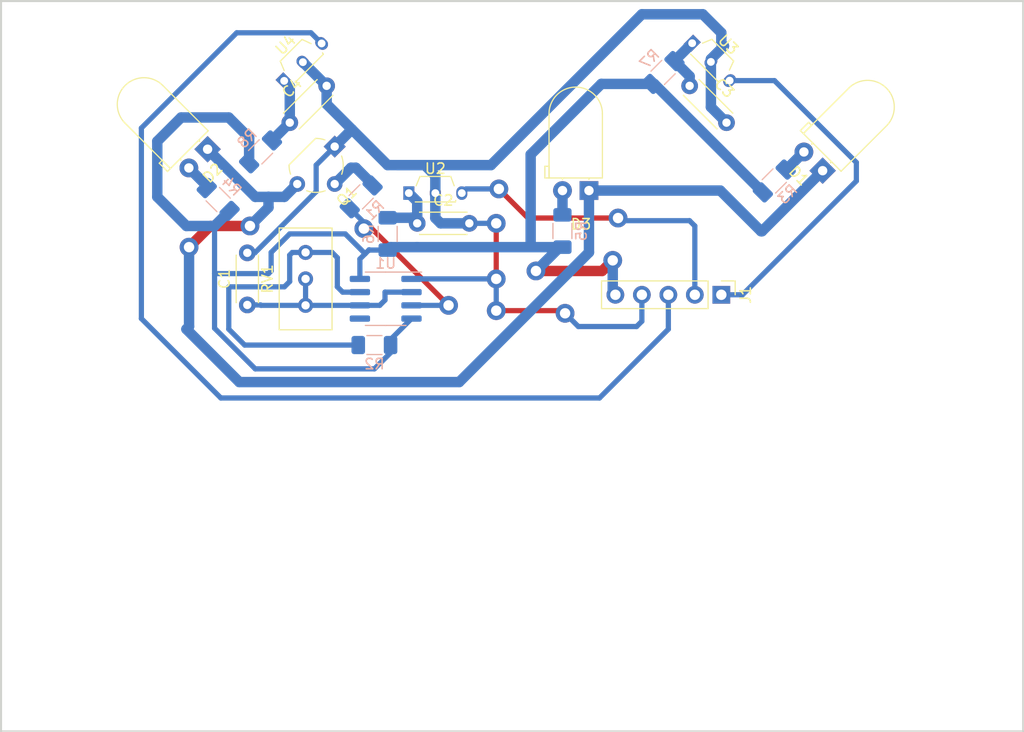
<source format=kicad_pcb>
(kicad_pcb (version 20221018) (generator pcbnew)
  (layers (0 "F.Cu" signal) (31 "B.Cu" signal) (34 "B.Paste" user) (35 "F.Paste" user) (36 "B.SilkS" user "B.Silkscreen") (37 "F.SilkS" user "F.Silkscreen") (38 "B.Mask" user) (39 "F.Mask" user) (44 "Edge.Cuts" user))
  (net 0 "")
  (net 1 "Net-(U1-THR)")
  (net 2 "GND")
  (net 3 "Net-(U2-GND)")
  (net 4 "Net-(U3-GND)")
  (net 5 "Net-(U4-GND)")
  (net 6 "38khz")
  (net 7 "Net-(D1-A)")
  (net 8 "Net-(D2-A)")
  (net 9 "Net-(D3-A)")
  (net 10 "Net-(Q1-B)")
  (net 11 "Net-(U1-Q)")
  (net 12 "Net-(U1-DIS)")
  (net 13 "+5V")
  (net 15 "/S1")
  (net 16 "/S3")
  (net 17 "/S2")
  (footprint "Capacitor_THT:C_Disc_D4.3mm_W1.9mm_P5.00mm" (layer "F.Cu") (at 65.542233 32.755767 45)
    (fp_text reference "C4" (at 2.5 -2.2 45) (layer "F.SilkS"))
    (fp_text value "104")
    (fp_line (start 0.23 -1.07) (end 0.23 -1.055) (stroke (width 0.12)) (layer "F.SilkS"))
    (fp_line (start 0.23 -1.07) (end 4.77 -1.07) (stroke (width 0.12)) (layer "F.SilkS"))
    (fp_line (start 0.23 1.055) (end 0.23 1.07) (stroke (width 0.12)) (layer "F.SilkS"))
    (fp_line (start 0.23 1.07) (end 4.77 1.07) (stroke (width 0.12)) (layer "F.SilkS"))
    (fp_line (start 4.77 -1.07) (end 4.77 -1.055) (stroke (width 0.12)) (layer "F.SilkS"))
    (fp_line (start 4.77 1.055) (end 4.77 1.07) (stroke (width 0.12)) (layer "F.SilkS"))
    (pad "1" thru_hole circle (at 0 0 45) (size 1.6 1.6) (drill 0.8) (layers "*.Cu" "*.Mask") (net 5 "Net-(U4-GND)"))
    (pad "2" thru_hole circle (at 5 0 45) (size 1.6 1.6) (drill 0.8) (layers "*.Cu" "*.Mask") (net 2 "GND"))
  )
  (footprint "Capacitor_THT:C_Disc_D4.3mm_W1.9mm_P5.00mm" (layer "F.Cu") (at 77.764 42.418)
    (fp_text reference "C2" (at 2.5 -2.2) (layer "F.SilkS"))
    (fp_text value "104")
    (fp_line (start 0.23 -1.07) (end 0.23 -1.055) (stroke (width 0.12)) (layer "F.SilkS"))
    (fp_line (start 0.23 -1.07) (end 4.77 -1.07) (stroke (width 0.12)) (layer "F.SilkS"))
    (fp_line (start 0.23 1.055) (end 0.23 1.07) (stroke (width 0.12)) (layer "F.SilkS"))
    (fp_line (start 0.23 1.07) (end 4.77 1.07) (stroke (width 0.12)) (layer "F.SilkS"))
    (fp_line (start 4.77 -1.07) (end 4.77 -1.055) (stroke (width 0.12)) (layer "F.SilkS"))
    (fp_line (start 4.77 1.055) (end 4.77 1.07) (stroke (width 0.12)) (layer "F.SilkS"))
    (pad "1" thru_hole circle (at 0 0) (size 1.6 1.6) (drill 0.8) (layers "*.Cu" "*.Mask") (net 3 "Net-(U2-GND)"))
    (pad "2" thru_hole circle (at 5 0) (size 1.6 1.6) (drill 0.8) (layers "*.Cu" "*.Mask") (net 2 "GND"))
  )
  (footprint "Capacitor_THT:C_Disc_D4.3mm_W1.9mm_P5.00mm" (layer "F.Cu") (at 103.896233 29.220233 -45)
    (fp_text reference "C3" (at 2.5 -2.2 135) (layer "F.SilkS"))
    (fp_text value "104")
    (fp_line (start 0.23 -1.07) (end 0.23 -1.055) (stroke (width 0.12)) (layer "F.SilkS"))
    (fp_line (start 0.23 -1.07) (end 4.77 -1.07) (stroke (width 0.12)) (layer "F.SilkS"))
    (fp_line (start 0.23 1.055) (end 0.23 1.07) (stroke (width 0.12)) (layer "F.SilkS"))
    (fp_line (start 0.23 1.07) (end 4.77 1.07) (stroke (width 0.12)) (layer "F.SilkS"))
    (fp_line (start 4.77 -1.07) (end 4.77 -1.055) (stroke (width 0.12)) (layer "F.SilkS"))
    (fp_line (start 4.77 1.055) (end 4.77 1.07) (stroke (width 0.12)) (layer "F.SilkS"))
    (pad "1" thru_hole circle (at 0 0 315) (size 1.6 1.6) (drill 0.8) (layers "*.Cu" "*.Mask") (net 4 "Net-(U3-GND)"))
    (pad "2" thru_hole circle (at 5 0 315) (size 1.6 1.6) (drill 0.8) (layers "*.Cu" "*.Mask") (net 2 "GND"))
  )
  (footprint "LED_THT:LED_D5.0mm_Horizontal_O1.27mm_Z3.0mm" (layer "F.Cu") (at 57.658 35.306 -135)
    (fp_text reference "D2" (at 1.27 -1.96 45) (layer "F.SilkS"))
    (fp_text value "LED")
    (fp_line (start -1.29 1.21) (end -1.29 7.37) (stroke (width 0.12)) (layer "F.SilkS"))
    (fp_line (start -1.29 1.21) (end 3.83 1.21) (stroke (width 0.12)) (layer "F.SilkS"))
    (fp_line (start 0 1.08) (end 0 1.08) (stroke (width 0.12)) (layer "F.SilkS"))
    (fp_line (start 0 1.08) (end 0 1.21) (stroke (width 0.12)) (layer "F.SilkS"))
    (fp_line (start 0 1.21) (end 0 1.08) (stroke (width 0.12)) (layer "F.SilkS"))
    (fp_line (start 0 1.21) (end 0 1.21) (stroke (width 0.12)) (layer "F.SilkS"))
    (fp_line (start 2.54 1.08) (end 2.54 1.08) (stroke (width 0.12)) (layer "F.SilkS"))
    (fp_line (start 2.54 1.08) (end 2.54 1.21) (stroke (width 0.12)) (layer "F.SilkS"))
    (fp_line (start 2.54 1.21) (end 2.54 1.08) (stroke (width 0.12)) (layer "F.SilkS"))
    (fp_line (start 2.54 1.21) (end 2.54 1.21) (stroke (width 0.12)) (layer "F.SilkS"))
    (fp_line (start 3.83 1.21) (end 3.83 7.37) (stroke (width 0.12)) (layer "F.SilkS"))
    (fp_line (start 3.83 1.21) (end 4.23 1.21) (stroke (width 0.12)) (layer "F.SilkS"))
    (fp_line (start 3.83 2.33) (end 3.83 1.21) (stroke (width 0.12)) (layer "F.SilkS"))
    (fp_line (start 4.23 1.21) (end 4.23 2.33) (stroke (width 0.12)) (layer "F.SilkS"))
    (fp_line (start 4.23 2.33) (end 3.83 2.33) (stroke (width 0.12)) (layer "F.SilkS"))
    (fp_arc (start 3.83 7.37) (mid 1.27 9.93) (end -1.29 7.37) (stroke (width 0.12)) (layer "F.SilkS"))
    (pad "1" thru_hole rect (at 0 0 225) (size 1.8 1.8) (drill 0.9) (layers "*.Cu" "*.Mask") (net 6 "38khz"))
    (pad "2" thru_hole circle (at 2.54 0 225) (size 1.8 1.8) (drill 0.9) (layers "*.Cu" "*.Mask") (net 8 "Net-(D2-A)"))
  )
  (footprint "Package_TO_SOT_THT:TO-92_Wide" (layer "F.Cu") (at 69.85 35.052 -135)
    (fp_text reference "Q1" (at 2.55 -4.19 45) (layer "F.SilkS"))
    (fp_text value "BC547")
    (fp_line (start 0.74 1.85) (end 4.34 1.85) (stroke (width 0.12)) (layer "F.SilkS"))
    (fp_arc (start 0.172801 -1.103842) (mid 0.678995 -1.832692) (end 1.4 -2.35) (stroke (width 0.12)) (layer "F.SilkS"))
    (fp_arc (start 0.74 1.85) (mid 0.446097 1.509327) (end 0.215816 1.122795) (stroke (width 0.12)) (layer "F.SilkS"))
    (fp_arc (start 3.65 -2.35) (mid 4.382279 -1.833196) (end 4.895458 -1.098371) (stroke (width 0.12)) (layer "F.SilkS"))
    (fp_arc (start 4.864184 1.122795) (mid 4.633903 1.509328) (end 4.34 1.85) (stroke (width 0.12)) (layer "F.SilkS"))
    (pad "1" thru_hole rect (at 0 0 225) (size 1.5 1.5) (drill 0.8) (layers "*.Cu" "*.Mask") (net 2 "GND"))
    (pad "2" thru_hole circle (at 2.54 -2.54 225) (size 1.5 1.5) (drill 0.8) (layers "*.Cu" "*.Mask") (net 10 "Net-(Q1-B)"))
    (pad "3" thru_hole circle (at 5.08 0 225) (size 1.5 1.5) (drill 0.8) (layers "*.Cu" "*.Mask") (net 6 "38khz"))
  )
  (footprint "LED_THT:LED_D5.0mm_Horizontal_O1.27mm_Z3.0mm" (layer "F.Cu") (at 116.652059 37.364612 135)
    (fp_text reference "D1" (at 1.27 -1.96 135) (layer "F.SilkS"))
    (fp_text value "LED")
    (fp_line (start -1.29 1.21) (end -1.29 7.37) (stroke (width 0.12)) (layer "F.SilkS"))
    (fp_line (start -1.29 1.21) (end 3.83 1.21) (stroke (width 0.12)) (layer "F.SilkS"))
    (fp_line (start 0 1.08) (end 0 1.08) (stroke (width 0.12)) (layer "F.SilkS"))
    (fp_line (start 0 1.08) (end 0 1.21) (stroke (width 0.12)) (layer "F.SilkS"))
    (fp_line (start 0 1.21) (end 0 1.08) (stroke (width 0.12)) (layer "F.SilkS"))
    (fp_line (start 0 1.21) (end 0 1.21) (stroke (width 0.12)) (layer "F.SilkS"))
    (fp_line (start 2.54 1.08) (end 2.54 1.08) (stroke (width 0.12)) (layer "F.SilkS"))
    (fp_line (start 2.54 1.08) (end 2.54 1.21) (stroke (width 0.12)) (layer "F.SilkS"))
    (fp_line (start 2.54 1.21) (end 2.54 1.08) (stroke (width 0.12)) (layer "F.SilkS"))
    (fp_line (start 2.54 1.21) (end 2.54 1.21) (stroke (width 0.12)) (layer "F.SilkS"))
    (fp_line (start 3.83 1.21) (end 3.83 7.37) (stroke (width 0.12)) (layer "F.SilkS"))
    (fp_line (start 3.83 1.21) (end 4.23 1.21) (stroke (width 0.12)) (layer "F.SilkS"))
    (fp_line (start 3.83 2.33) (end 3.83 1.21) (stroke (width 0.12)) (layer "F.SilkS"))
    (fp_line (start 4.23 1.21) (end 4.23 2.33) (stroke (width 0.12)) (layer "F.SilkS"))
    (fp_line (start 4.23 2.33) (end 3.83 2.33) (stroke (width 0.12)) (layer "F.SilkS"))
    (fp_arc (start 3.83 7.37) (mid 1.27 9.93) (end -1.29 7.37) (stroke (width 0.12)) (layer "F.SilkS"))
    (pad "1" thru_hole rect (at 0 0 135) (size 1.8 1.8) (drill 0.9) (layers "*.Cu" "*.Mask") (net 6 "38khz"))
    (pad "2" thru_hole circle (at 2.54 0 135) (size 1.8 1.8) (drill 0.9) (layers "*.Cu" "*.Mask") (net 7 "Net-(D1-A)"))
  )
  (footprint "Capacitor_THT:C_Disc_D4.3mm_W1.9mm_P5.00mm" (layer "F.Cu") (at 61.468 50.252 90)
    (fp_text reference "C1" (at 2.5 -2.2 90) (layer "F.SilkS"))
    (fp_text value "102")
    (fp_line (start 0.23 -1.07) (end 0.23 -1.055) (stroke (width 0.12)) (layer "F.SilkS"))
    (fp_line (start 0.23 -1.07) (end 4.77 -1.07) (stroke (width 0.12)) (layer "F.SilkS"))
    (fp_line (start 0.23 1.055) (end 0.23 1.07) (stroke (width 0.12)) (layer "F.SilkS"))
    (fp_line (start 0.23 1.07) (end 4.77 1.07) (stroke (width 0.12)) (layer "F.SilkS"))
    (fp_line (start 4.77 -1.07) (end 4.77 -1.055) (stroke (width 0.12)) (layer "F.SilkS"))
    (fp_line (start 4.77 1.055) (end 4.77 1.07) (stroke (width 0.12)) (layer "F.SilkS"))
    (pad "1" thru_hole circle (at 0 0 90) (size 1.6 1.6) (drill 0.8) (layers "*.Cu" "*.Mask") (net 1 "Net-(U1-THR)"))
    (pad "2" thru_hole circle (at 5 0 90) (size 1.6 1.6) (drill 0.8) (layers "*.Cu" "*.Mask") (net 2 "GND"))
  )
  (footprint "Potentiometer_THT:Potentiometer_Bourns_3296W_Vertical" (layer "F.Cu") (at 67.056 45.212 90)
    (fp_text reference "RV1" (at -2.54 -3.66 90) (layer "F.SilkS"))
    (fp_text value "pote")
    (fp_line (start -7.425 -2.53) (end -7.425 2.54) (stroke (width 0.12)) (layer "F.SilkS"))
    (fp_line (start -7.425 -2.53) (end 2.345 -2.53) (stroke (width 0.12)) (layer "F.SilkS"))
    (fp_line (start -7.425 2.54) (end 2.345 2.54) (stroke (width 0.12)) (layer "F.SilkS"))
    (fp_line (start 2.345 -2.53) (end 2.345 2.54) (stroke (width 0.12)) (layer "F.SilkS"))
    (pad "1" thru_hole circle (at 0 0 90) (size 1.44 1.44) (drill 0.8) (layers "*.Cu" "*.Mask") (net 12 "Net-(U1-DIS)"))
    (pad "2" thru_hole circle (at -2.54 0 90) (size 1.44 1.44) (drill 0.8) (layers "*.Cu" "*.Mask") (net 1 "Net-(U1-THR)"))
    (pad "3" thru_hole circle (at -5.08 0 90) (size 1.44 1.44) (drill 0.8) (layers "*.Cu" "*.Mask") (net 1 "Net-(U1-THR)"))
  )
  (footprint "Connector_PinHeader_2.54mm:PinHeader_1x05_P2.54mm_Vertical" (layer "F.Cu") (at 106.934 49.276 -90)
    (fp_text reference "J1" (at 0 -2.33 90) (layer "F.SilkS"))
    (fp_text value "Conn_01x05_Pin")
    (fp_line (start -1.33 -1.33) (end 0 -1.33) (stroke (width 0.12)) (layer "F.SilkS"))
    (fp_line (start -1.33 0) (end -1.33 -1.33) (stroke (width 0.12)) (layer "F.SilkS"))
    (fp_line (start -1.33 1.27) (end -1.33 11.49) (stroke (width 0.12)) (layer "F.SilkS"))
    (fp_line (start -1.33 1.27) (end 1.33 1.27) (stroke (width 0.12)) (layer "F.SilkS"))
    (fp_line (start -1.33 11.49) (end 1.33 11.49) (stroke (width 0.12)) (layer "F.SilkS"))
    (fp_line (start 1.33 1.27) (end 1.33 11.49) (stroke (width 0.12)) (layer "F.SilkS"))
    (pad "1" thru_hole rect (at 0 0 270) (size 1.7 1.7) (drill 1) (layers "*.Cu" "*.Mask") (net 16 "/S3"))
    (pad "2" thru_hole oval (at 0 2.54 270) (size 1.7 1.7) (drill 1) (layers "*.Cu" "*.Mask") (net 17 "/S2"))
    (pad "3" thru_hole oval (at 0 5.08 270) (size 1.7 1.7) (drill 1) (layers "*.Cu" "*.Mask") (net 15 "/S1"))
    (pad "4" thru_hole oval (at 0 7.62 270) (size 1.7 1.7) (drill 1) (layers "*.Cu" "*.Mask") (net 2 "GND"))
    (pad "5" thru_hole oval (at 0 10.16 270) (size 1.7 1.7) (drill 1) (layers "*.Cu" "*.Mask") (net 13 "+5V"))
  )
  (footprint "Package_TO_SOT_THT:TO-92S_Wide" (layer "F.Cu") (at 65.004085 28.74331 45)
    (fp_text reference "U4" (at 2.54 -2.35 45) (layer "F.SilkS"))
    (fp_text value "TSOP17xx")
    (fp_line (start 0.62 0.85) (end 4.47 0.85) (stroke (width 0.12)) (layer "F.SilkS"))
    (fp_line (start 1.07 -1.6) (end 0.7 -0.7) (stroke (width 0.12)) (layer "F.SilkS"))
    (fp_line (start 4.02 -1.6) (end 1.07 -1.6) (stroke (width 0.12)) (layer "F.SilkS"))
    (fp_line (start 4.35 -0.7) (end 4.02 -1.6) (stroke (width 0.12)) (layer "F.SilkS"))
    (fp_line (start 4.47 0.85) (end 4.5 0.7) (stroke (width 0.12)) (layer "F.SilkS"))
    (pad "1" thru_hole rect (at 0 0 45) (size 1.05 1.3) (drill 0.75) (layers "*.Cu" "*.Mask") (net 5 "Net-(U4-GND)"))
    (pad "2" thru_hole oval (at 2.54 0 45) (size 1.05 1.3) (drill 0.75) (layers "*.Cu" "*.Mask") (net 2 "GND"))
    (pad "3" thru_hole oval (at 5.08 0 45) (size 1.05 1.3) (drill 0.75) (layers "*.Cu" "*.Mask") (net 15 "/S1"))
  )
  (footprint "Package_TO_SOT_THT:TO-92S_Wide" (layer "F.Cu") (at 104.14 25.127949 -45)
    (fp_text reference "U3" (at 2.54 -2.35 135) (layer "F.SilkS"))
    (fp_text value "TSOP17xx")
    (fp_line (start 0.62 0.85) (end 4.47 0.85) (stroke (width 0.12)) (layer "F.SilkS"))
    (fp_line (start 1.07 -1.6) (end 0.7 -0.7) (stroke (width 0.12)) (layer "F.SilkS"))
    (fp_line (start 4.02 -1.6) (end 1.07 -1.6) (stroke (width 0.12)) (layer "F.SilkS"))
    (fp_line (start 4.35 -0.7) (end 4.02 -1.6) (stroke (width 0.12)) (layer "F.SilkS"))
    (fp_line (start 4.47 0.85) (end 4.5 0.7) (stroke (width 0.12)) (layer "F.SilkS"))
    (pad "1" thru_hole rect (at 0 0 315) (size 1.05 1.3) (drill 0.75) (layers "*.Cu" "*.Mask") (net 4 "Net-(U3-GND)"))
    (pad "2" thru_hole oval (at 2.54 0 315) (size 1.05 1.3) (drill 0.75) (layers "*.Cu" "*.Mask") (net 2 "GND"))
    (pad "3" thru_hole oval (at 5.08 0 315) (size 1.05 1.3) (drill 0.75) (layers "*.Cu" "*.Mask") (net 16 "/S3"))
  )
  (footprint "Package_TO_SOT_THT:TO-92S_Wide" (layer "F.Cu") (at 76.962 39.516)
    (fp_text reference "U2" (at 2.54 -2.35) (layer "F.SilkS"))
    (fp_text value "TSOP17xx")
    (fp_line (start 0.62 0.85) (end 4.47 0.85) (stroke (width 0.12)) (layer "F.SilkS"))
    (fp_line (start 1.07 -1.6) (end 0.7 -0.7) (stroke (width 0.12)) (layer "F.SilkS"))
    (fp_line (start 4.02 -1.6) (end 1.07 -1.6) (stroke (width 0.12)) (layer "F.SilkS"))
    (fp_line (start 4.35 -0.7) (end 4.02 -1.6) (stroke (width 0.12)) (layer "F.SilkS"))
    (fp_line (start 4.47 0.85) (end 4.5 0.7) (stroke (width 0.12)) (layer "F.SilkS"))
    (pad "1" thru_hole rect (at 0 0) (size 1.05 1.3) (drill 0.75) (layers "*.Cu" "*.Mask") (net 3 "Net-(U2-GND)"))
    (pad "2" thru_hole oval (at 2.54 0) (size 1.05 1.3) (drill 0.75) (layers "*.Cu" "*.Mask") (net 2 "GND"))
    (pad "3" thru_hole oval (at 5.08 0) (size 1.05 1.3) (drill 0.75) (layers "*.Cu" "*.Mask") (net 17 "/S2"))
  )
  (footprint "LED_THT:LED_D5.0mm_Horizontal_O1.27mm_Z3.0mm" (layer "F.Cu") (at 94.239 39.273 180)
    (fp_text reference "D3" (at 0.762 -3.23) (layer "F.SilkS"))
    (fp_text value "LED")
    (fp_line (start -1.29 1.21) (end -1.29 7.37) (stroke (width 0.12)) (layer "F.SilkS"))
    (fp_line (start -1.29 1.21) (end 3.83 1.21) (stroke (width 0.12)) (layer "F.SilkS"))
    (fp_line (start 0 1.08) (end 0 1.08) (stroke (width 0.12)) (layer "F.SilkS"))
    (fp_line (start 0 1.08) (end 0 1.21) (stroke (width 0.12)) (layer "F.SilkS"))
    (fp_line (start 0 1.21) (end 0 1.08) (stroke (width 0.12)) (layer "F.SilkS"))
    (fp_line (start 0 1.21) (end 0 1.21) (stroke (width 0.12)) (layer "F.SilkS"))
    (fp_line (start 2.54 1.08) (end 2.54 1.08) (stroke (width 0.12)) (layer "F.SilkS"))
    (fp_line (start 2.54 1.08) (end 2.54 1.21) (stroke (width 0.12)) (layer "F.SilkS"))
    (fp_line (start 2.54 1.21) (end 2.54 1.08) (stroke (width 0.12)) (layer "F.SilkS"))
    (fp_line (start 2.54 1.21) (end 2.54 1.21) (stroke (width 0.12)) (layer "F.SilkS"))
    (fp_line (start 3.83 1.21) (end 3.83 7.37) (stroke (width 0.12)) (layer "F.SilkS"))
    (fp_line (start 3.83 1.21) (end 4.23 1.21) (stroke (width 0.12)) (layer "F.SilkS"))
    (fp_line (start 3.83 2.33) (end 3.83 1.21) (stroke (width 0.12)) (layer "F.SilkS"))
    (fp_line (start 4.23 1.21) (end 4.23 2.33) (stroke (width 0.12)) (layer "F.SilkS"))
    (fp_line (start 4.23 2.33) (end 3.83 2.33) (stroke (width 0.12)) (layer "F.SilkS"))
    (fp_arc (start 3.83 7.37) (mid 1.27 9.93) (end -1.29 7.37) (stroke (width 0.12)) (layer "F.SilkS"))
    (pad "1" thru_hole rect (at 0 0 180) (size 1.8 1.8) (drill 0.9) (layers "*.Cu" "*.Mask") (net 6 "38khz"))
    (pad "2" thru_hole circle (at 2.54 0 180) (size 1.8 1.8) (drill 0.9) (layers "*.Cu" "*.Mask") (net 9 "Net-(D3-A)"))
  )
  (footprint "Resistor_SMD:R_1206_3216Metric_Pad1.30x1.75mm_HandSolder" (layer "B.Cu") (at 91.694 43.154 90)
    (fp_text reference "R5" (at 0 1.82 90) (layer "B.SilkS") (effects (justify mirror)))
    (fp_text value "100")
    (fp_line (start -0.727064 -0.91) (end 0.727064 -0.91) (stroke (width 0.12)) (layer "B.SilkS"))
    (fp_line (start -0.727064 0.91) (end 0.727064 0.91) (stroke (width 0.12)) (layer "B.SilkS"))
    (pad "1" smd roundrect (at -1.55 0 90) (size 1.3 1.75) (layers "B.Cu" "B.Paste" "B.Mask") (roundrect_rratio 0.192308) (net 13 "+5V"))
    (pad "2" smd roundrect (at 1.55 0 90) (size 1.3 1.75) (layers "B.Cu" "B.Paste" "B.Mask") (roundrect_rratio 0.192308) (net 9 "Net-(D3-A)"))
  )
  (footprint "Resistor_SMD:R_1206_3216Metric_Pad1.30x1.75mm_HandSolder" (layer "B.Cu") (at 58.674 40.132 135)
    (fp_text reference "R4" (at 0 1.82 135) (layer "B.SilkS") (effects (justify mirror)))
    (fp_text value "100")
    (fp_line (start -0.727064 -0.91) (end 0.727064 -0.91) (stroke (width 0.12)) (layer "B.SilkS"))
    (fp_line (start -0.727064 0.91) (end 0.727064 0.91) (stroke (width 0.12)) (layer "B.SilkS"))
    (pad "1" smd roundrect (at -1.55 0 135) (size 1.3 1.75) (layers "B.Cu" "B.Paste" "B.Mask") (roundrect_rratio 0.192308) (net 13 "+5V"))
    (pad "2" smd roundrect (at 1.55 0 135) (size 1.3 1.75) (layers "B.Cu" "B.Paste" "B.Mask") (roundrect_rratio 0.192308) (net 8 "Net-(D2-A)"))
  )
  (footprint "Resistor_SMD:R_1206_3216Metric_Pad1.30x1.75mm_HandSolder" (layer "B.Cu") (at 112.014 38.354 45)
    (fp_text reference "R3" (at 0 1.82 45) (layer "B.SilkS") (effects (justify mirror)))
    (fp_text value "100")
    (fp_line (start -0.727064 -0.91) (end 0.727064 -0.91) (stroke (width 0.12)) (layer "B.SilkS"))
    (fp_line (start -0.727064 0.91) (end 0.727064 0.91) (stroke (width 0.12)) (layer "B.SilkS"))
    (pad "1" smd roundrect (at -1.55 0 45) (size 1.3 1.75) (layers "B.Cu" "B.Paste" "B.Mask") (roundrect_rratio 0.192308) (net 13 "+5V"))
    (pad "2" smd roundrect (at 1.55 0 45) (size 1.3 1.75) (layers "B.Cu" "B.Paste" "B.Mask") (roundrect_rratio 0.192308) (net 7 "Net-(D1-A)"))
  )
  (footprint "Resistor_SMD:R_1206_3216Metric_Pad1.30x1.75mm_HandSolder" (layer "B.Cu") (at 74.93 43.434 -90)
    (fp_text reference "R6" (at 0 1.82 90) (layer "B.SilkS") (effects (justify mirror)))
    (fp_text value "100")
    (fp_line (start -0.727064 -0.91) (end 0.727064 -0.91) (stroke (width 0.12)) (layer "B.SilkS"))
    (fp_line (start -0.727064 0.91) (end 0.727064 0.91) (stroke (width 0.12)) (layer "B.SilkS"))
    (pad "1" smd roundrect (at -1.55 0 270) (size 1.3 1.75) (layers "B.Cu" "B.Paste" "B.Mask") (roundrect_rratio 0.192308) (net 3 "Net-(U2-GND)"))
    (pad "2" smd roundrect (at 1.55 0 270) (size 1.3 1.75) (layers "B.Cu" "B.Paste" "B.Mask") (roundrect_rratio 0.192308) (net 13 "+5V"))
  )
  (footprint "Resistor_SMD:R_1206_3216Metric_Pad1.30x1.75mm_HandSolder" (layer "B.Cu") (at 73.66 54.102)
    (fp_text reference "R2" (at 0 1.82) (layer "B.SilkS") (effects (justify mirror)))
    (fp_text value "1k8")
    (fp_line (start -0.727064 -0.91) (end 0.727064 -0.91) (stroke (width 0.12)) (layer "B.SilkS"))
    (fp_line (start -0.727064 0.91) (end 0.727064 0.91) (stroke (width 0.12)) (layer "B.SilkS"))
    (pad "1" smd roundrect (at -1.55 0) (size 1.3 1.75) (layers "B.Cu" "B.Paste" "B.Mask") (roundrect_rratio 0.192308) (net 12 "Net-(U1-DIS)"))
    (pad "2" smd roundrect (at 1.55 0) (size 1.3 1.75) (layers "B.Cu" "B.Paste" "B.Mask") (roundrect_rratio 0.192308) (net 13 "+5V"))
  )
  (footprint "Resistor_SMD:R_1206_3216Metric_Pad1.30x1.75mm_HandSolder" (layer "B.Cu") (at 62.738 35.56 -135)
    (fp_text reference "R8" (at 0 1.82 45) (layer "B.SilkS") (effects (justify mirror)))
    (fp_text value "100")
    (fp_line (start -0.727064 -0.91) (end 0.727064 -0.91) (stroke (width 0.12)) (layer "B.SilkS"))
    (fp_line (start -0.727064 0.91) (end 0.727064 0.91) (stroke (width 0.12)) (layer "B.SilkS"))
    (pad "1" smd roundrect (at -1.55 0 225) (size 1.3 1.75) (layers "B.Cu" "B.Paste" "B.Mask") (roundrect_rratio 0.192308) (net 5 "Net-(U4-GND)"))
    (pad "2" smd roundrect (at 1.55 0 225) (size 1.3 1.75) (layers "B.Cu" "B.Paste" "B.Mask") (roundrect_rratio 0.192308) (net 13 "+5V"))
  )
  (footprint "Package_SO:SOIC-8_3.9x4.9mm_P1.27mm" (layer "B.Cu") (at 74.741 49.657 180)
    (fp_text reference "U1" (at 0 3.4) (layer "B.SilkS") (effects (justify mirror)))
    (fp_text value "LM555xM")
    (fp_line (start 0 -2.56) (end -1.95 -2.56) (stroke (width 0.12)) (layer "B.SilkS"))
    (fp_line (start 0 -2.56) (end 1.95 -2.56) (stroke (width 0.12)) (layer "B.SilkS"))
    (fp_line (start 0 2.56) (end -3.45 2.56) (stroke (width 0.12)) (layer "B.SilkS"))
    (fp_line (start 0 2.56) (end 1.95 2.56) (stroke (width 0.12)) (layer "B.SilkS"))
    (pad "1" smd roundrect (at -2.475 1.905 180) (size 1.95 0.6) (layers "B.Cu" "B.Paste" "B.Mask") (net 2 "GND"))
    (pad "2" smd roundrect (at -2.475 0.635 180) (size 1.95 0.6) (layers "B.Cu" "B.Paste" "B.Mask") (net 1 "Net-(U1-THR)"))
    (pad "3" smd roundrect (at -2.475 -0.635 180) (size 1.95 0.6) (layers "B.Cu" "B.Paste" "B.Mask") (net 11 "Net-(U1-Q)"))
    (pad "4" smd roundrect (at -2.475 -1.905 180) (size 1.95 0.6) (layers "B.Cu" "B.Paste" "B.Mask") (net 13 "+5V"))
    (pad "5" smd roundrect (at 2.475 -1.905 180) (size 1.95 0.6) (layers "B.Cu" "B.Paste" "B.Mask"))
    (pad "6" smd roundrect (at 2.475 -0.635 180) (size 1.95 0.6) (layers "B.Cu" "B.Paste" "B.Mask") (net 1 "Net-(U1-THR)"))
    (pad "7" smd roundrect (at 2.475 0.635 180) (size 1.95 0.6) (layers "B.Cu" "B.Paste" "B.Mask") (net 12 "Net-(U1-DIS)"))
    (pad "8" smd roundrect (at 2.475 1.905 180) (size 1.95 0.6) (layers "B.Cu" "B.Paste" "B.Mask") (net 13 "+5V"))
  )
  (footprint "Resistor_SMD:R_1206_3216Metric_Pad1.30x1.75mm_HandSolder" (layer "B.Cu") (at 72.39 39.878 45)
    (fp_text reference "R1" (at 0 1.82 45) (layer "B.SilkS") (effects (justify mirror)))
    (fp_text value "4.7k")
    (fp_line (start -0.727064 -0.91) (end 0.727064 -0.91) (stroke (width 0.12)) (layer "B.SilkS"))
    (fp_line (start -0.727064 0.91) (end 0.727064 0.91) (stroke (width 0.12)) (layer "B.SilkS"))
    (pad "1" smd roundrect (at -1.55 0 45) (size 1.3 1.75) (layers "B.Cu" "B.Paste" "B.Mask") (roundrect_rratio 0.192308) (net 11 "Net-(U1-Q)"))
    (pad "2" smd roundrect (at 1.55 0 45) (size 1.3 1.75) (layers "B.Cu" "B.Paste" "B.Mask") (roundrect_rratio 0.192308) (net 10 "Net-(Q1-B)"))
  )
  (footprint "Resistor_SMD:R_1206_3216Metric_Pad1.30x1.75mm_HandSolder" (layer "B.Cu") (at 101.346 27.94 -135)
    (fp_text reference "R7" (at 0 1.82 45) (layer "B.SilkS") (effects (justify mirror)))
    (fp_text value "100")
    (fp_line (start -0.727064 -0.91) (end 0.727064 -0.91) (stroke (width 0.12)) (layer "B.SilkS"))
    (fp_line (start -0.727064 0.91) (end 0.727064 0.91) (stroke (width 0.12)) (layer "B.SilkS"))
    (pad "1" smd roundrect (at -1.55 0 225) (size 1.3 1.75) (layers "B.Cu" "B.Paste" "B.Mask") (roundrect_rratio 0.192308) (net 4 "Net-(U3-GND)"))
    (pad "2" smd roundrect (at 1.55 0 225) (size 1.3 1.75) (layers "B.Cu" "B.Paste" "B.Mask") (roundrect_rratio 0.192308) (net 13 "+5V"))
  )
  (gr_rect (start 37.846 21.082) (end 135.89 91.186) (stroke (width 0.2)) (fill none) (layer "Edge.Cuts"))
  (segment (start 67.056 50.292) (end 62.778 50.292) (width 0.5) (layer "B.Cu") (net 1))
  (segment (start 72.266 50.292) (end 67.056 50.292) (width 0.5) (layer "B.Cu") (net 1))
  (segment (start 62.738 50.252) (end 62.778 50.292) (width 0.5) (layer "B.Cu") (net 1))
  (segment (start 72.266 50.292) (end 74.168 50.292) (width 0.5) (layer "B.Cu") (net 1))
  (segment (start 74.168 50.292) (end 74.676 49.784) (width 0.5) (layer "B.Cu") (net 1))
  (segment (start 74.676 49.784) (end 74.676 49.022) (width 0.5) (layer "B.Cu") (net 1))
  (segment (start 67.056 47.752) (end 67.056 50.292) (width 0.5) (layer "B.Cu") (net 1))
  (segment (start 61.468 50.252) (end 62.738 50.252) (width 0.5) (layer "B.Cu") (net 1))
  (segment (start 74.676 49.022) (end 77.216 49.022) (width 0.5) (layer "B.Cu") (net 1))
  (segment (start 85.344 47.752) (end 85.344 42.418) (width 0.5) (layer "F.Cu") (net 2))
  (segment (start 85.344 50.8) (end 91.694 50.8) (width 0.5) (layer "F.Cu") (net 2))
  (segment (start 91.694 50.8) (end 91.948 51.054) (width 0.5) (layer "F.Cu") (net 2))
  (via (at 85.344 50.8) (size 1.8) (drill 1) (layers "F.Cu" "B.Cu") (net 2))
  (via (at 85.344 47.752) (size 1.8) (drill 1) (layers "F.Cu" "B.Cu") (net 2))
  (via (at 85.344 42.418) (size 1.8) (drill 1) (layers "F.Cu" "B.Cu") (net 2))
  (via (at 91.948 51.054) (size 1.8) (drill 1) (layers "F.Cu" "B.Cu") (net 2))
  (segment (start 62.19 45.252) (end 68.072 39.37) (width 0.5) (layer "B.Cu") (net 2))
  (segment (start 106.934 25.146) (end 106.934 24.13) (width 1) (layer "B.Cu") (net 2))
  (segment (start 79.502 37.846) (end 79.502 39.516) (width 1) (layer "B.Cu") (net 2))
  (segment (start 68.072 39.37) (end 68.072 36.83) (width 0.5) (layer "B.Cu") (net 2))
  (segment (start 98.806 52.324) (end 99.314 51.816) (width 0.5) (layer "B.Cu") (net 2))
  (segment (start 69.077767 30.977767) (end 69.077767 29.220233) (width 1) (layer "B.Cu") (net 2))
  (segment (start 77.216 47.752) (end 85.344 47.752) (width 0.5) (layer "B.Cu") (net 2))
  (segment (start 85.344 42.418) (end 82.764 42.418) (width 0.5) (layer "B.Cu") (net 2))
  (segment (start 69.07311 29.220233) (end 66.800136 26.947259) (width 1) (layer "B.Cu") (net 2))
  (segment (start 75.946 36.83) (end 78.486 36.83) (width 1) (layer "B.Cu") (net 2))
  (segment (start 107.431767 32.755767) (end 105.936051 31.260051) (width 1) (layer "B.Cu") (net 2))
  (segment (start 74.93 36.83) (end 71.501 33.401) (width 1) (layer "B.Cu") (net 2))
  (segment (start 69.077767 29.220233) (end 69.07311 29.220233) (width 1) (layer "B.Cu") (net 2))
  (segment (start 99.314 51.816) (end 99.314 49.276) (width 0.5) (layer "B.Cu") (net 2))
  (segment (start 99.314 22.352) (end 84.836 36.83) (width 1) (layer "B.Cu") (net 2))
  (segment (start 79.502 41.91) (end 79.502 39.516) (width 1) (layer "B.Cu") (net 2))
  (segment (start 85.344 47.752) (end 85.344 50.8) (width 0.5) (layer "B.Cu") (net 2))
  (segment (start 84.836 36.83) (end 75.946 36.83) (width 1) (layer "B.Cu") (net 2))
  (segment (start 78.486 36.83) (end 79.502 37.846) (width 1) (layer "B.Cu") (net 2))
  (segment (start 69.85 35.052) (end 71.501 33.401) (width 1) (layer "B.Cu") (net 2))
  (segment (start 105.936051 31.260051) (end 105.936051 26.924) (width 1) (layer "B.Cu") (net 2))
  (segment (start 68.072 36.83) (end 69.85 35.052) (width 0.5) (layer "B.Cu") (net 2))
  (segment (start 93.218 52.324) (end 98.806 52.324) (width 0.5) (layer "B.Cu") (net 2))
  (segment (start 74.93 36.83) (end 75.946 36.83) (width 1) (layer "B.Cu") (net 2))
  (segment (start 71.501 33.401) (end 69.077767 30.977767) (width 1) (layer "B.Cu") (net 2))
  (segment (start 105.936051 26.651949) (end 107.188 25.4) (width 1) (layer "B.Cu") (net 2))
  (segment (start 82.764 42.418) (end 80.01 42.418) (width 1) (layer "B.Cu") (net 2))
  (segment (start 106.934 24.13) (end 105.156 22.352) (width 1) (layer "B.Cu") (net 2))
  (segment (start 105.156 22.352) (end 99.314 22.352) (width 1) (layer "B.Cu") (net 2))
  (segment (start 91.948 51.054) (end 93.218 52.324) (width 0.5) (layer "B.Cu") (net 2))
  (segment (start 105.936051 26.924) (end 105.936051 26.651949) (width 1) (layer "B.Cu") (net 2))
  (segment (start 80.01 42.418) (end 79.502 41.91) (width 1) (layer "B.Cu") (net 2))
  (segment (start 107.188 25.4) (end 106.934 25.146) (width 1) (layer "B.Cu") (net 2))
  (segment (start 61.468 45.252) (end 62.19 45.252) (width 0.5) (layer "B.Cu") (net 2))
  (segment (start 77.764 42.418) (end 77.764 40.318) (width 1) (layer "B.Cu") (net 3))
  (segment (start 74.93 41.884) (end 77.23 41.884) (width 1) (layer "B.Cu") (net 3))
  (segment (start 77.23 41.884) (end 77.764 42.418) (width 1) (layer "B.Cu") (net 3))
  (segment (start 77.764 40.318) (end 76.962 39.516) (width 1) (layer "B.Cu") (net 3))
  (segment (start 102.442016 26.825933) (end 104.14 25.127949) (width 1) (layer "B.Cu") (net 4))
  (segment (start 102.442016 26.843984) (end 102.442016 26.825933) (width 1) (layer "B.Cu") (net 4))
  (segment (start 103.896233 29.220233) (end 103.896233 28.298201) (width 1) (layer "B.Cu") (net 4))
  (segment (start 103.896233 28.298201) (end 102.442016 26.843984) (width 1) (layer "B.Cu") (net 4))
  (segment (start 65.542233 29.281458) (end 65.004085 28.74331) (width 1) (layer "B.Cu") (net 5))
  (segment (start 65.542233 32.755767) (end 65.542233 29.281458) (width 1) (layer "B.Cu") (net 5))
  (segment (start 63.834016 34.463984) (end 65.542233 32.755767) (width 1) (layer "B.Cu") (net 5))
  (segment (start 57.912 42.672) (end 55.88 44.704) (width 1) (layer "F.Cu") (net 6))
  (segment (start 61.722 42.672) (end 57.912 42.672) (width 1) (layer "F.Cu") (net 6))
  (via (at 61.722 42.672) (size 1.8) (drill 1) (layers "F.Cu" "B.Cu") (net 6))
  (via (at 55.88 44.704) (size 1.8) (drill 1) (layers "F.Cu" "B.Cu") (net 6))
  (segment (start 110.744 43.18) (end 110.836671 43.18) (width 1) (layer "B.Cu") (net 6))
  (segment (start 58.928 36.576) (end 59.69 37.338) (width 1) (layer "B.Cu") (net 6))
  (segment (start 94.239 39.273) (end 94.239 45.207) (width 1) (layer "B.Cu") (net 6))
  (segment (start 55.88 52.324) (end 55.88 44.704) (width 1) (layer "B.Cu") (net 6))
  (segment (start 63.5 39.878) (end 62.23 39.878) (width 1) (layer "B.Cu") (net 6))
  (segment (start 106.837 39.273) (end 110.744 43.18) (width 1) (layer "B.Cu") (net 6))
  (segment (start 55.626 52.578) (end 55.88 52.324) (width 1) (layer "B.Cu") (net 6))
  (segment (start 60.706 57.658) (end 55.626 52.578) (width 1) (layer "B.Cu") (net 6))
  (segment (start 66.257898 38.644102) (end 65.024 39.878) (width 1) (layer "B.Cu") (net 6))
  (segment (start 62.23 39.878) (end 58.928 36.576) (width 1) (layer "B.Cu") (net 6))
  (segment (start 65.024 39.878) (end 63.5 39.878) (width 1) (layer "B.Cu") (net 6))
  (segment (start 57.658 35.306) (end 58.928 36.576) (width 1) (layer "B.Cu") (net 6))
  (segment (start 94.239 39.273) (end 106.837 39.273) (width 1) (layer "B.Cu") (net 6))
  (segment (start 81.788 57.658) (end 60.706 57.658) (width 1) (layer "B.Cu") (net 6))
  (segment (start 63.5 40.894) (end 63.5 39.878) (width 1) (layer "B.Cu") (net 6))
  (segment (start 61.722 42.672) (end 63.5 40.894) (width 1) (layer "B.Cu") (net 6))
  (segment (start 94.239 45.207) (end 81.788 57.658) (width 1) (layer "B.Cu") (net 6))
  (segment (start 110.836671 43.18) (end 116.652059 37.364612) (width 1) (layer "B.Cu") (net 6))
  (segment (start 113.166585 37.257984) (end 114.856008 35.568561) (width 1) (layer "B.Cu") (net 7))
  (segment (start 113.110016 37.257984) (end 113.166585 37.257984) (width 1) (layer "B.Cu") (net 7))
  (segment (start 57.577984 39.035984) (end 57.577984 38.818086) (width 1) (layer "B.Cu") (net 8))
  (segment (start 57.577984 38.818086) (end 55.861949 37.102051) (width 1) (layer "B.Cu") (net 8))
  (segment (start 91.699 41.599) (end 91.694 41.604) (width 1) (layer "B.Cu") (net 9))
  (segment (start 91.699 39.273) (end 91.699 41.599) (width 1) (layer "B.Cu") (net 9))
  (segment (start 73.486016 38.781984) (end 73.486016 38.688016) (width 1) (layer "B.Cu") (net 10))
  (segment (start 71.410102 37.084) (end 69.85 38.644102) (width 1) (layer "B.Cu") (net 10))
  (segment (start 71.882 37.084) (end 71.410102 37.084) (width 1) (layer "B.Cu") (net 10))
  (segment (start 73.486016 38.688016) (end 71.882 37.084) (width 1) (layer "B.Cu") (net 10))
  (segment (start 73.406 42.926) (end 72.644 42.926) (width 0.5) (layer "F.Cu") (net 11))
  (segment (start 80.772 50.292) (end 73.406 42.926) (width 0.5) (layer "F.Cu") (net 11))
  (via (at 80.772 50.292) (size 1.8) (drill 1) (layers "F.Cu" "B.Cu") (net 11))
  (via (at 72.644 42.926) (size 1.8) (drill 1) (layers "F.Cu" "B.Cu") (net 11))
  (segment (start 72.644 42.324032) (end 71.293984 40.974016) (width 0.5) (layer "B.Cu") (net 11))
  (segment (start 77.216 50.292) (end 80.772 50.292) (width 0.5) (layer "B.Cu") (net 11))
  (segment (start 72.644 42.926) (end 72.644 42.324032) (width 0.5) (layer "B.Cu") (net 11))
  (segment (start 65.532 45.466) (end 65.786 45.212) (width 0.5) (layer "B.Cu") (net 12))
  (segment (start 69.596 45.212) (end 67.056 45.212) (width 0.5) (layer "B.Cu") (net 12))
  (segment (start 65.024 48.514) (end 65.532 48.006) (width 0.5) (layer "B.Cu") (net 12))
  (segment (start 65.786 45.212) (end 67.056 45.212) (width 0.5) (layer "B.Cu") (net 12))
  (segment (start 70.612 49.022) (end 70.104 48.514) (width 0.5) (layer "B.Cu") (net 12))
  (segment (start 61.214 54.102) (end 59.69 52.578) (width 0.5) (layer "B.Cu") (net 12))
  (segment (start 70.104 48.514) (end 70.104 45.72) (width 0.5) (layer "B.Cu") (net 12))
  (segment (start 65.532 48.006) (end 65.532 45.466) (width 0.5) (layer "B.Cu") (net 12))
  (segment (start 59.69 48.514) (end 65.024 48.514) (width 0.5) (layer "B.Cu") (net 12))
  (segment (start 59.69 52.578) (end 59.69 48.514) (width 0.5) (layer "B.Cu") (net 12))
  (segment (start 72.11 54.102) (end 61.214 54.102) (width 0.5) (layer "B.Cu") (net 12))
  (segment (start 70.104 45.72) (end 69.596 45.212) (width 0.5) (layer "B.Cu") (net 12))
  (segment (start 72.266 49.022) (end 70.612 49.022) (width 0.5) (layer "B.Cu") (net 12))
  (segment (start 89.154 46.99) (end 95.504 46.99) (width 1) (layer "F.Cu") (net 13))
  (segment (start 95.504 46.99) (end 96.52 45.974) (width 1) (layer "F.Cu") (net 13))
  (via (at 96.52 45.974) (size 1.8) (drill 1) (layers "F.Cu" "B.Cu") (net 13))
  (via (at 89.154 46.99) (size 1.8) (drill 1) (layers "F.Cu" "B.Cu") (net 13))
  (segment (start 73.66 56.388) (end 62.23 56.388) (width 0.5) (layer "B.Cu") (net 13))
  (segment (start 73.178 44.984) (end 74.93 44.984) (width 0.5) (layer "B.Cu") (net 13))
  (segment (start 63.754 45.212) (end 65.532 43.434) (width 0.5) (layer "B.Cu") (net 13))
  (segment (start 63.5 47.244) (end 63.754 46.99) (width 0.5) (layer "B.Cu") (net 13))
  (segment (start 61.641984 36.656016) (end 61.641984 34.209984) (width 1) (layer "B.Cu") (net 13))
  (segment (start 55.626 42.672) (end 58.326032 42.672) (width 1) (layer "B.Cu") (net 13))
  (segment (start 63.754 46.99) (end 63.754 45.212) (width 0.5) (layer "B.Cu") (net 13))
  (segment (start 88.646 44.704) (end 88.646 35.814) (width 1) (layer "B.Cu") (net 13))
  (segment (start 88.646 35.814) (end 95.423984 29.036016) (width 1) (layer "B.Cu") (net 13))
  (segment (start 75.21 54.102) (end 75.21 54.838) (width 0.5) (layer "B.Cu") (net 13))
  (segment (start 58.326032 47.244) (end 58.326032 42.672) (width 0.5) (layer "B.Cu") (net 13))
  (segment (start 61.641984 34.209984) (end 59.69 32.258) (width 1) (layer "B.Cu") (net 13))
  (segment (start 75.21 53.568) (end 77.216 51.562) (width 0.5) (layer "B.Cu") (net 13))
  (segment (start 70.866 43.434) (end 72.771 45.339) (width 0.5) (layer "B.Cu") (net 13))
  (segment (start 77.75 44.704) (end 75.21 44.704) (width 1) (layer "B.Cu") (net 13))
  (segment (start 96.52 45.974) (end 96.52 49.022) (width 1) (layer "B.Cu") (net 13))
  (segment (start 59.69 32.258) (end 55.118 32.258) (width 1) (layer "B.Cu") (net 13))
  (segment (start 52.832 34.544) (end 52.832 39.878) (width 1) (layer "B.Cu") (net 13))
  (segment (start 88.646 44.704) (end 77.75 44.704) (width 1) (layer "B.Cu") (net 13))
  (segment (start 72.266 47.752) (end 72.266 45.844) (width 0.5) (layer "B.Cu") (net 13))
  (segment (start 65.532 43.434) (end 70.866 43.434) (width 0.5) (layer "B.Cu") (net 13))
  (segment (start 100.503984 29.036016) (end 110.917984 39.450016) (width 1) (layer "B.Cu") (net 13))
  (segment (start 55.118 32.258) (end 52.832 34.544) (width 1) (layer "B.Cu") (net 13))
  (segment (start 72.771 45.339) (end 73.152 44.958) (width 0.5) (layer "B.Cu") (net 13))
  (segment (start 91.694 44.704) (end 88.646 44.704) (width 1) (layer "B.Cu") (net 13))
  (segment (start 96.52 49.022) (end 96.774 49.276) (width 1) (layer "B.Cu") (net 13))
  (segment (start 75.21 44.704) (end 74.93 44.984) (width 1) (layer "B.Cu") (net 13))
  (segment (start 58.326032 42.672) (end 59.770016 41.228016) (width 1) (layer "B.Cu") (net 13))
  (segment (start 62.23 56.388) (end 58.326032 52.484032) (width 0.5) (layer "B.Cu") (net 13))
  (segment (start 58.326032 52.484032) (end 58.326032 47.244) (width 0.5) (layer "B.Cu") (net 13))
  (segment (start 72.266 45.844) (end 72.771 45.339) (width 0.5) (layer "B.Cu") (net 13))
  (segment (start 75.21 54.838) (end 73.66 56.388) (width 0.5) (layer "B.Cu") (net 13))
  (segment (start 75.21 54.102) (end 75.21 53.568) (width 0.5) (layer "B.Cu") (net 13))
  (segment (start 91.694 44.704) (end 91.44 44.704) (width 1) (layer "B.Cu") (net 13))
  (segment (start 58.326032 47.244) (end 63.5 47.244) (width 0.5) (layer "B.Cu") (net 13))
  (segment (start 52.832 39.878) (end 55.626 42.672) (width 1) (layer "B.Cu") (net 13))
  (segment (start 73.152 44.958) (end 73.178 44.984) (width 0.5) (layer "B.Cu") (net 13))
  (segment (start 91.44 44.704) (end 89.154 46.99) (width 1) (layer "B.Cu") (net 13))
  (segment (start 95.423984 29.036016) (end 100.249984 29.036016) (width 1) (layer "B.Cu") (net 13))
  (segment (start 100.249984 29.036016) (end 100.503984 29.036016) (width 1) (layer "B.Cu") (net 13))
  (segment (start 67.574979 24.13) (end 68.596187 25.151208) (width 0.5) (layer "B.Cu") (net 15))
  (segment (start 101.854 52.578) (end 95.25 59.182) (width 0.5) (layer "B.Cu") (net 15))
  (segment (start 51.308 51.562) (end 51.308 33.274) (width 0.5) (layer "B.Cu") (net 15))
  (segment (start 58.928 59.182) (end 51.308 51.562) (width 0.5) (layer "B.Cu") (net 15))
  (segment (start 60.452 24.13) (end 67.574979 24.13) (width 0.5) (layer "B.Cu") (net 15))
  (segment (start 101.854 49.276) (end 101.854 52.578) (width 0.5) (layer "B.Cu") (net 15))
  (segment (start 95.25 59.182) (end 58.928 59.182) (width 0.5) (layer "B.Cu") (net 15))
  (segment (start 51.308 33.274) (end 60.452 24.13) (width 0.5) (layer "B.Cu") (net 15))
  (segment (start 107.732102 28.720051) (end 112.032051 28.720051) (width 0.5) (layer "B.Cu") (net 16))
  (segment (start 112.032051 28.720051) (end 119.888 36.576) (width 0.5) (layer "B.Cu") (net 16))
  (segment (start 119.888 36.576) (end 119.888 38.354) (width 0.5) (layer "B.Cu") (net 16))
  (segment (start 119.888 38.354) (end 108.966 49.276) (width 0.5) (layer "B.Cu") (net 16))
  (segment (start 108.966 49.276) (end 106.934 49.276) (width 0.5) (layer "B.Cu") (net 16))
  (segment (start 97.028 41.91) (end 88.392 41.91) (width 0.5) (layer "F.Cu") (net 17))
  (segment (start 88.392 41.91) (end 85.598 39.116) (width 0.5) (layer "F.Cu") (net 17))
  (via (at 85.598 39.116) (size 1.8) (drill 1) (layers "F.Cu" "B.Cu") (net 17))
  (via (at 97.028 41.91) (size 1.8) (drill 1) (layers "F.Cu" "B.Cu") (net 17))
  (segment (start 82.442 39.116) (end 82.042 39.516) (width 0.5) (layer "B.Cu") (net 17))
  (segment (start 97.282 42.164) (end 97.028 41.91) (width 0.5) (layer "B.Cu") (net 17))
  (segment (start 103.886 42.164) (end 97.282 42.164) (width 0.5) (layer "B.Cu") (net 17))
  (segment (start 85.598 39.116) (end 82.442 39.116) (width 0.5) (layer "B.Cu") (net 17))
  (segment (start 104.394 49.276) (end 104.394 42.672) (width 0.5) (layer "B.Cu") (net 17))
  (segment (start 104.394 42.672) (end 103.886 42.164) (width 0.5) (layer "B.Cu") (net 17))
)
</source>
